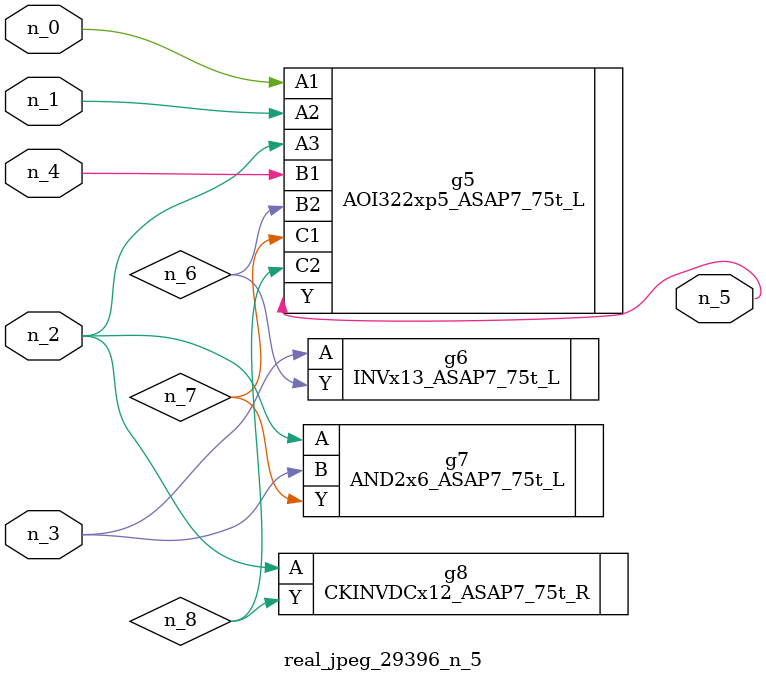
<source format=v>
module real_jpeg_29396_n_5 (n_4, n_0, n_1, n_2, n_3, n_5);

input n_4;
input n_0;
input n_1;
input n_2;
input n_3;

output n_5;

wire n_8;
wire n_6;
wire n_7;

AOI322xp5_ASAP7_75t_L g5 ( 
.A1(n_0),
.A2(n_1),
.A3(n_2),
.B1(n_4),
.B2(n_6),
.C1(n_7),
.C2(n_8),
.Y(n_5)
);

AND2x6_ASAP7_75t_L g7 ( 
.A(n_2),
.B(n_3),
.Y(n_7)
);

CKINVDCx12_ASAP7_75t_R g8 ( 
.A(n_2),
.Y(n_8)
);

INVx13_ASAP7_75t_L g6 ( 
.A(n_3),
.Y(n_6)
);


endmodule
</source>
